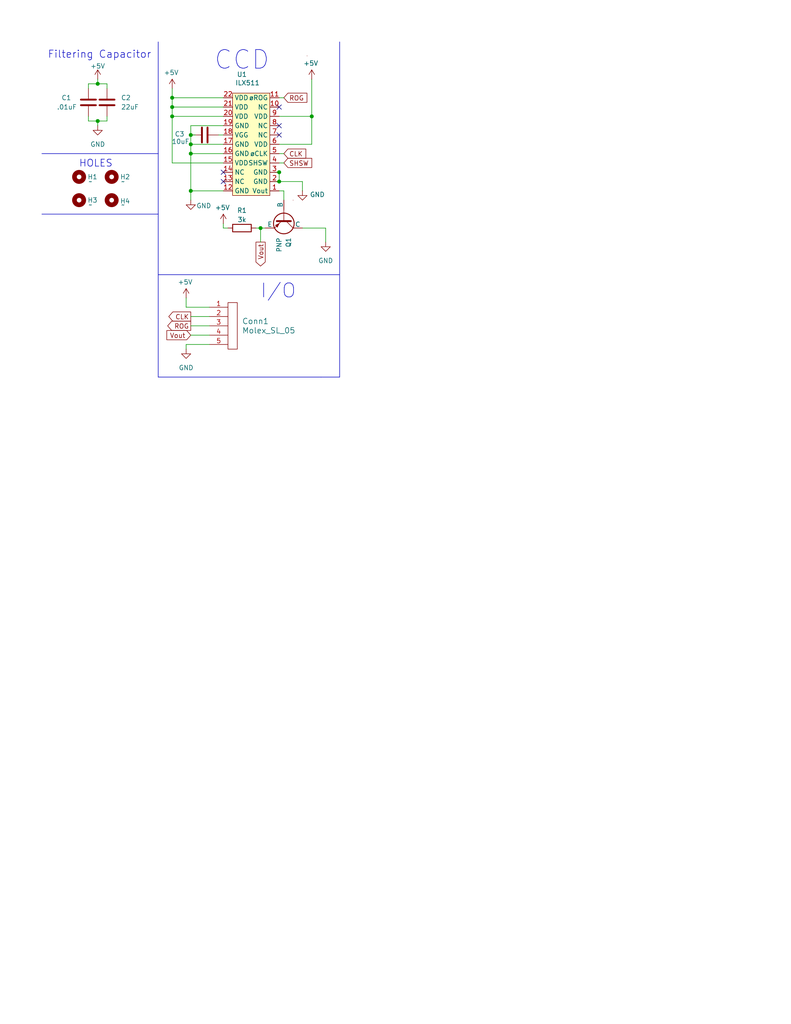
<source format=kicad_sch>
(kicad_sch (version 20231120) (generator "eeschema") (generator_version "8.0")
  (paper "USLetter" portrait)
  (lib_symbols
    (symbol "Device:C" (pin_numbers hide) (pin_names (offset 0.254))
      (property "Reference" "C" (at 0.635 2.54 0))
      (property "Value" "C" (at 0.635 -2.54 0))
      (symbol "C_0_1"
        (polyline (pts (xy -2.032 -0.762) (xy 2.032 -0.762)) (stroke (width 0.508)))
        (polyline (pts (xy -2.032 0.762) (xy 2.032 0.762)) (stroke (width 0.508)))
      )
      (symbol "C_1_1"
        (pin passive line (at 0 3.81 270) (length 2.794) (name "~") (number "1"))
        (pin passive line (at 0 -3.81 90) (length 2.794) (name "~") (number "2"))
      )
    )
    (symbol "Device:R" (pin_numbers hide) (pin_names (offset 0))
      (property "Reference" "R" (at 2.032 0 90))
      (property "Value" "R" (at 0 0 90))
      (symbol "R_0_1"
        (rectangle (start -1.016 -2.54) (end 1.016 2.54) (stroke (width 0.254)))
      )
      (symbol "R_1_1"
        (pin passive line (at 0 3.81 270) (length 1.27) (name "~") (number "1"))
        (pin passive line (at 0 -3.81 90) (length 1.27) (name "~") (number "2"))
      )
    )
    (symbol "MRDT_CCD:ILX511"
      (property "Reference" "U" (at 0 0 0))
      (property "Value" "ILX511" (at -16.51 7.62 90))
      (symbol "ILX511_0_1"
        (rectangle (start -13.97 -3.81) (end -13.97 -3.81))
        (rectangle (start -12.7 -6.35) (end -12.7 -6.35))
        (rectangle (start 25.4 -7.62) (end 25.4 -7.62))
      )
      (symbol "ILX511_1_1"
        (rectangle (start -12.7 12.7) (end 15.24 2.54) (fill (type background)))
        (pin output line (at -11.43 0 90) (length 2.54) (name "Vout") (number "1"))
        (pin input line (at 11.43 0 90) (length 2.54) (name "NC") (number "10"))
        (pin input line (at 13.97 0 90) (length 2.54) (name "øROG") (number "11"))
        (pin input line (at -11.43 15.24 270) (length 2.54) (name "GND") (number "12"))
        (pin input line (at -8.89 15.24 270) (length 2.54) (name "NC") (number "13"))
        (pin input line (at -6.35 15.24 270) (length 2.54) (name "NC") (number "14"))
        (pin input line (at -3.81 15.24 270) (length 2.54) (name "VDD") (number "15"))
        (pin input line (at -1.27 15.24 270) (length 2.54) (name "GND") (number "16"))
        (pin input line (at 1.27 15.24 270) (length 2.54) (name "GND") (number "17"))
        (pin input line (at 3.81 15.24 270) (length 2.54) (name "VGG") (number "18"))
        (pin input line (at 6.35 15.24 270) (length 2.54) (name "GND") (number "19"))
        (pin input line (at -8.89 0 90) (length 2.54) (name "GND") (number "2"))
        (pin input line (at 8.89 15.24 270) (length 2.54) (name "VDD") (number "20"))
        (pin input line (at 11.43 15.24 270) (length 2.54) (name "VDD") (number "21"))
        (pin input line (at 13.97 15.24 270) (length 2.54) (name "VDD") (number "22"))
        (pin input line (at -6.35 0 90) (length 2.54) (name "GND") (number "3"))
        (pin input line (at -3.81 0 90) (length 2.54) (name "SHSW") (number "4"))
        (pin input line (at -1.27 0 90) (length 2.54) (name "øCLK") (number "5"))
        (pin input line (at 1.27 0 90) (length 2.54) (name "VDD") (number "6"))
        (pin input line (at 3.81 0 90) (length 2.54) (name "NC") (number "7"))
        (pin input line (at 6.35 0 90) (length 2.54) (name "NC") (number "8"))
        (pin input line (at 8.89 0 90) (length 2.54) (name "VDD") (number "9"))
      )
    )
    (symbol "MRDT_Connectors:Molex_SL_05" (pin_names (offset 1.016))
      (property "Reference" "Conn" (at 3.81 -1.27 0))
      (property "Value" "Molex_SL_05" (at 1.27 13.97 0))
      (symbol "Molex_SL_05_0_1"
        (rectangle (start 0 12.7) (end 2.54 0))
      )
      (symbol "Molex_SL_05_1_1"
        (pin input line (at -5.08 11.43 0) (length 5.08) (name "~") (number "1"))
        (pin input line (at -5.08 8.89 0) (length 5.08) (name "~") (number "2"))
        (pin input line (at -5.08 6.35 0) (length 5.08) (name "~") (number "3"))
        (pin input line (at -5.08 3.81 0) (length 5.08) (name "~") (number "4"))
        (pin input line (at -5.08 1.27 0) (length 5.08) (name "~") (number "5"))
      )
    )
    (symbol "Mechanical:MountingHole" (pin_names (offset 1.016)) (exclude_from_sim yes) (in_bom no)
      (property "Reference" "H" (at 0 5.08 0))
      (property "Value" "MountingHole" (at 0 3.175 0))
      (symbol "MountingHole_0_1"
        (circle (center 0 0) (radius 1.27) (stroke (width 1.27)))
      )
    )
    (symbol "Simulation_SPICE:PNP" (pin_numbers hide) (pin_names (offset 0))
      (property "Reference" "Q" (at -2.54 7.62 0))
      (property "Value" "PNP" (at -2.54 5.08 0))
      (symbol "PNP_0_1"
        (polyline (pts (xy -2.54 0) (xy 0.635 0)) (stroke (width 0.1524)))
        (polyline (pts (xy 0.635 0.635) (xy 2.54 2.54)))
        (polyline (pts (xy 0.635 -0.635) (xy 2.54 -2.54) (xy 2.54 -2.54)))
        (polyline (pts (xy 0.635 1.905) (xy 0.635 -1.905) (xy 0.635 -1.905)) (stroke (width 0.508)))
        (polyline (pts (xy 2.286 -1.778) (xy 1.778 -2.286) (xy 1.27 -1.27) (xy 2.286 -1.778) (xy 2.286 -1.778)) (fill (type outline)))
        (circle (center 1.27 0) (radius 2.8194) (stroke (width 0.254)))
      )
      (symbol "PNP_1_1"
        (pin open_collector line (at 2.54 5.08 270) (length 2.54) (name "C") (number "1"))
        (pin input line (at -5.08 0 0) (length 2.54) (name "B") (number "2"))
        (pin open_emitter line (at 2.54 -5.08 90) (length 2.54) (name "E") (number "3"))
      )
    )
    (symbol "power:+5V" (power) (pin_numbers hide) (pin_names (offset 0) hide)
      (property "Value" "+5V" (at 0 3.556 0))
      (symbol "+5V_0_1"
        (polyline (pts (xy -0.762 1.27) (xy 0 2.54)))
        (polyline (pts (xy 0 0) (xy 0 2.54)))
        (polyline (pts (xy 0 2.54) (xy 0.762 1.27)))
      )
      (symbol "+5V_1_1"
        (pin power_in line (at 0 0 90) (length 0) (name "~") (number "1"))
      )
    )
    (symbol "power:GND" (power) (pin_numbers hide) (pin_names (offset 0) hide)
      (property "Value" "GND" (at 0 -3.81 0))
      (symbol "GND_0_1"
        (polyline (pts (xy 0 0) (xy 0 -1.27) (xy 1.27 -1.27) (xy 0 -2.54) (xy -1.27 -1.27) (xy 0 -1.27)))
      )
      (symbol "GND_1_1"
        (pin power_in line (at 0 0 270) (length 0) (name "~") (number "1"))
      )
    )
  )
  (junction (at 26.67 33.02))
  (junction (at 71.12 62.23))
  (junction (at 52.07 52.07))
  (junction (at 46.99 26.67))
  (junction (at 46.99 31.75))
  (junction (at 46.99 29.21))
  (junction (at 52.07 39.37))
  (junction (at 52.07 36.83))
  (junction (at 26.67 22.86))
  (junction (at 85.09 31.75))
  (junction (at 76.2 46.99))
  (junction (at 52.07 41.91))
  (junction (at 76.2 49.53))
  (no_connect (at 60.96 49.53))
  (no_connect (at 76.2 36.83))
  (no_connect (at 76.2 34.29))
  (no_connect (at 60.96 46.99))
  (no_connect (at 76.2 29.21))
  (polyline (pts (xy 92.71 74.93) (xy 43.18 74.93)))
  (wire (pts (xy 76.2 31.75) (xy 85.09 31.75)))
  (polyline (pts (xy 43.18 58.42) (xy 43.18 102.87)))
  (wire (pts (xy 52.07 34.29) (xy 60.96 34.29)))
  (wire (pts (xy 46.99 24.13) (xy 46.99 26.67)))
  (wire (pts (xy 57.15 83.82) (xy 50.8 83.82)))
  (wire (pts (xy 52.07 88.9) (xy 57.15 88.9)))
  (wire (pts (xy 57.15 93.98) (xy 50.8 93.98)))
  (wire (pts (xy 52.07 39.37) (xy 52.07 36.83)))
  (wire (pts (xy 69.85 62.23) (xy 71.12 62.23)))
  (wire (pts (xy 82.55 49.53) (xy 82.55 52.07)))
  (polyline (pts (xy 87.63 102.87) (xy 43.18 102.87)))
  (wire (pts (xy 82.55 62.23) (xy 88.9 62.23)))
  (wire (pts (xy 24.13 22.86) (xy 24.13 24.13)))
  (wire (pts (xy 52.07 41.91) (xy 52.07 39.37)))
  (polyline (pts (xy 87.63 102.87) (xy 92.71 102.87)))
  (wire (pts (xy 76.2 46.99) (xy 76.2 49.53)))
  (wire (pts (xy 46.99 26.67) (xy 60.96 26.67)))
  (wire (pts (xy 46.99 29.21) (xy 46.99 31.75)))
  (wire (pts (xy 24.13 33.02) (xy 26.67 33.02)))
  (wire (pts (xy 52.07 86.36) (xy 57.15 86.36)))
  (wire (pts (xy 24.13 31.75) (xy 24.13 33.02)))
  (wire (pts (xy 26.67 21.59) (xy 26.67 22.86)))
  (wire (pts (xy 74.93 49.53) (xy 76.2 49.53)))
  (wire (pts (xy 52.07 36.83) (xy 53.34 36.83)))
  (wire (pts (xy 71.12 62.23) (xy 71.12 66.04)))
  (wire (pts (xy 77.47 52.07) (xy 77.47 54.61)))
  (wire (pts (xy 71.12 62.23) (xy 72.39 62.23)))
  (wire (pts (xy 52.07 52.07) (xy 60.96 52.07)))
  (wire (pts (xy 52.07 52.07) (xy 52.07 54.61)))
  (wire (pts (xy 46.99 31.75) (xy 46.99 44.45)))
  (wire (pts (xy 46.99 29.21) (xy 60.96 29.21)))
  (polyline (pts (xy 92.71 74.93) (xy 92.71 102.87)))
  (polyline (pts (xy 43.18 11.43) (xy 43.18 41.91)))
  (wire (pts (xy 26.67 33.02) (xy 26.67 34.29)))
  (wire (pts (xy 29.21 33.02) (xy 29.21 31.75)))
  (wire (pts (xy 52.07 39.37) (xy 60.96 39.37)))
  (wire (pts (xy 26.67 33.02) (xy 29.21 33.02)))
  (wire (pts (xy 46.99 26.67) (xy 46.99 29.21)))
  (wire (pts (xy 52.07 41.91) (xy 52.07 52.07)))
  (polyline (pts (xy 92.71 11.43) (xy 92.71 74.93)))
  (wire (pts (xy 46.99 31.75) (xy 60.96 31.75)))
  (wire (pts (xy 26.67 22.86) (xy 29.21 22.86)))
  (wire (pts (xy 59.69 36.83) (xy 60.96 36.83)))
  (wire (pts (xy 60.96 60.96) (xy 60.96 62.23)))
  (wire (pts (xy 74.93 46.99) (xy 76.2 46.99)))
  (wire (pts (xy 76.2 41.91) (xy 77.47 41.91)))
  (wire (pts (xy 50.8 93.98) (xy 50.8 95.25)))
  (polyline (pts (xy 11.43 58.42) (xy 43.18 58.42)))
  (wire (pts (xy 24.13 22.86) (xy 26.67 22.86)))
  (polyline (pts (xy 43.18 41.91) (xy 43.18 58.42)))
  (wire (pts (xy 29.21 22.86) (xy 29.21 24.13)))
  (wire (pts (xy 85.09 21.59) (xy 85.09 31.75)))
  (wire (pts (xy 76.2 52.07) (xy 77.47 52.07)))
  (wire (pts (xy 76.2 49.53) (xy 82.55 49.53)))
  (wire (pts (xy 88.9 62.23) (xy 88.9 66.04)))
  (wire (pts (xy 76.2 26.67) (xy 77.47 26.67)))
  (wire (pts (xy 52.07 36.83) (xy 52.07 34.29)))
  (wire (pts (xy 76.2 44.45) (xy 77.47 44.45)))
  (wire (pts (xy 52.07 41.91) (xy 60.96 41.91)))
  (wire (pts (xy 52.07 91.44) (xy 57.15 91.44)))
  (wire (pts (xy 50.8 83.82) (xy 50.8 81.28)))
  (wire (pts (xy 85.09 39.37) (xy 85.09 31.75)))
  (wire (pts (xy 76.2 39.37) (xy 85.09 39.37)))
  (polyline (pts (xy 11.43 41.91) (xy 43.18 41.91)))
  (wire (pts (xy 60.96 62.23) (xy 62.23 62.23)))
  (wire (pts (xy 46.99 44.45) (xy 60.96 44.45)))
  (text "I/O" (at 75.946 79.502 0) (effects (font (size 3.81 3.81))))
  (text "CCD" (at 66.04 16.51 0) (effects (font (size 5.08 5.08))))
  (text "Filtering Capacitor" (at 27.178 14.986 0) (effects (font (size 2 2))))
  (text "HOLES" (at 26.162 44.704 0) (effects (font (size 1.905 1.905))))
  (global_label "ROG" (shape output) (at 52.07 88.9 180) (property "Intersheetrefs" "${INTERSHEET_REFS}" (effects (hide yes))))
  (global_label "CLK" (shape output) (at 52.07 86.36 180) (property "Intersheetrefs" "${INTERSHEET_REFS}" (effects (hide yes))))
  (global_label "Vout" (shape input) (at 52.07 91.44 180) (property "Intersheetrefs" "${INTERSHEET_REFS}" (effects (hide yes))))
  (global_label "CLK" (shape input) (at 77.47 41.91 0) (property "Intersheetrefs" "${INTERSHEET_REFS}" (effects (hide yes))))
  (global_label "Vout" (shape output) (at 71.12 66.04 270) (property "Intersheetrefs" "${INTERSHEET_REFS}" (effects (hide yes))))
  (global_label "ROG" (shape input) (at 77.47 26.67 0) (property "Intersheetrefs" "${INTERSHEET_REFS}" (effects (hide yes))))
  (global_label "SHSW" (shape input) (at 77.47 44.45 0) (property "Intersheetrefs" "${INTERSHEET_REFS}" (effects (hide yes))))
  (symbol (lib_id "MRDT_CCD:ILX511") (at 76.2 40.64 90) (unit 1)
    (property "Reference" "U1" (at 66.04 20.32 90))
    (property "Value" "ILX511" (at 67.564 22.606 90))
    (property "Datasheet" "https://www.spectralproducts.com/pdf/SonyILX511.pdf" (effects (hide yes)))
  )
  (symbol (lib_id "Device:C") (at 29.21 27.94 0) (unit 1)
    (property "Reference" "C2" (at 33.02 26.6699 0) (effects (justify left)))
    (property "Value" "22uF" (at 33.02 29.2099 0) (effects (justify left)))
    (property "Description" "Unpolarized capacitor" (effects (hide yes)))
  )
  (symbol (lib_id "power:+5V") (at 85.09 21.59 0) (unit 1)
    (property "Reference" "#PWR010" (effects (hide yes)))
    (property "Value" "+5V" (at 84.836 17.272 0))
    (property "Description" "Power symbol creates a global label with name \"+5V\"" (effects (hide yes)))
  )
  (symbol (lib_id "Device:C") (at 24.13 27.94 0) (unit 1)
    (property "Reference" "C1" (at 16.764 26.67 0) (effects (justify left)))
    (property "Value" ".01uF" (at 15.494 29.21 0) (effects (justify left)))
    (property "Description" "Unpolarized capacitor" (effects (hide yes)))
  )
  (symbol (lib_id "Mechanical:MountingHole") (at 30.48 48.26 0) (unit 1) (exclude_from_sim yes) (in_bom no)
    (property "Reference" "H2" (at 32.766 48.26 0) (effects (justify left)))
    (property "Value" "~" (at 33.02 49.53 0) (effects (justify left)))
    (property "Description" "Mounting Hole without connection" (effects (hide yes)))
  )
  (symbol (lib_id "Device:R") (at 66.04 62.23 90) (unit 1)
    (property "Reference" "R1" (at 66.04 57.404 90))
    (property "Value" "3k" (at 66.04 59.944 90))
    (property "Description" "Resistor" (effects (hide yes)))
  )
  (symbol (lib_id "MRDT_Connectors:Molex_SL_05") (at 62.23 95.25 0) (unit 1)
    (property "Reference" "Conn1" (at 66.04 87.6299 0) (effects (font (size 1.524 1.524)) (justify left)))
    (property "Value" "Molex_SL_05" (at 66.04 90.1699 0) (effects (font (size 1.524 1.524)) (justify left)))
  )
  (symbol (lib_id "Mechanical:MountingHole") (at 30.48 54.61 0) (unit 1) (exclude_from_sim yes) (in_bom no)
    (property "Reference" "H4" (at 32.766 54.864 0) (effects (justify left)))
    (property "Value" "~" (at 33.02 55.88 0) (effects (justify left)))
    (property "Description" "Mounting Hole without connection" (effects (hide yes)))
  )
  (symbol (lib_id "power:GND") (at 26.67 34.29 0) (unit 1)
    (property "Reference" "#PWR06" (effects (hide yes)))
    (property "Value" "GND" (at 26.67 39.37 0))
    (property "Description" "Power symbol creates a global label with name \"GND\" , ground" (effects (hide yes)))
  )
  (symbol (lib_id "Device:C") (at 55.88 36.83 90) (unit 1)
    (property "Reference" "C3" (at 49.022 36.576 90))
    (property "Value" "10uF" (at 49.276 38.608 90))
    (property "Description" "Unpolarized capacitor" (effects (hide yes)))
  )
  (symbol (lib_id "power:+5V") (at 26.67 21.59 0) (unit 1)
    (property "Reference" "#PWR05" (effects (hide yes)))
    (property "Value" "+5V" (at 26.67 18.034 0))
    (property "Description" "Power symbol creates a global label with name \"+5V\"" (effects (hide yes)))
  )
  (symbol (lib_id "power:GND") (at 88.9 66.04 0) (unit 1)
    (property "Reference" "#PWR01" (effects (hide yes)))
    (property "Value" "GND" (at 88.9 71.12 0))
    (property "Description" "Power symbol creates a global label with name \"GND\" , ground" (effects (hide yes)))
  )
  (symbol (lib_id "power:+5V") (at 60.96 60.96 0) (unit 1)
    (property "Reference" "#PWR02" (effects (hide yes)))
    (property "Value" "+5V" (at 60.706 56.642 0))
    (property "Description" "Power symbol creates a global label with name \"+5V\"" (effects (hide yes)))
  )
  (symbol (lib_id "power:GND") (at 52.07 54.61 0) (unit 1)
    (property "Reference" "#PWR09" (effects (hide yes)))
    (property "Value" "GND" (at 55.626 56.134 0))
    (property "Description" "Power symbol creates a global label with name \"GND\" , ground" (effects (hide yes)))
  )
  (symbol (lib_id "Mechanical:MountingHole") (at 21.59 54.61 0) (unit 1) (exclude_from_sim yes) (in_bom no)
    (property "Reference" "H3" (at 23.876 54.61 0) (effects (justify left)))
    (property "Value" "~" (at 24.13 55.88 0) (effects (justify left)))
    (property "Description" "Mounting Hole without connection" (effects (hide yes)))
  )
  (symbol (lib_id "Simulation_SPICE:PNP") (at 77.47 59.69 270) (unit 1)
    (property "Reference" "Q1" (at 78.7401 64.77 0) (effects (justify left)))
    (property "Value" "PNP" (at 76.2001 64.77 0) (effects (justify left)))
    (property "Datasheet" "https://ngspice.sourceforge.io/docs/ngspice-html-manual/manual.xhtml#cha_BJTs" (effects (hide yes)))
    (property "Description" "Bipolar transistor symbol for simulation only, substrate tied to the emitter" (effects (hide yes)))
    (property "Sim.Device" "PNP" (effects (hide yes)))
    (property "Sim.Type" "GUMMELPOON" (effects (hide yes)))
    (property "Sim.Pins" "1=C 2=B 3=E" (effects (hide yes)))
  )
  (symbol (lib_id "power:+5V") (at 46.99 24.13 0) (unit 1)
    (property "Reference" "#PWR07" (effects (hide yes)))
    (property "Value" "+5V" (at 46.736 19.812 0))
    (property "Description" "Power symbol creates a global label with name \"+5V\"" (effects (hide yes)))
  )
  (symbol (lib_id "power:+5V") (at 50.8 81.28 0) (unit 1)
    (property "Reference" "#PWR03" (effects (hide yes)))
    (property "Value" "+5V" (at 50.546 76.962 0))
    (property "Description" "Power symbol creates a global label with name \"+5V\"" (effects (hide yes)))
  )
  (symbol (lib_id "Mechanical:MountingHole") (at 21.59 48.26 0) (unit 1) (exclude_from_sim yes) (in_bom no)
    (property "Reference" "H1" (at 23.876 48.26 0) (effects (justify left)))
    (property "Value" "~" (at 24.13 49.53 0) (effects (justify left)))
    (property "Description" "Mounting Hole without connection" (effects (hide yes)))
  )
  (symbol (lib_id "power:GND") (at 50.8 95.25 0) (unit 1)
    (property "Reference" "#PWR04" (effects (hide yes)))
    (property "Value" "GND" (at 50.8 100.33 0))
    (property "Description" "Power symbol creates a global label with name \"GND\" , ground" (effects (hide yes)))
  )
  (symbol (lib_id "power:GND") (at 82.55 52.07 0) (unit 1)
    (property "Reference" "#PWR08" (effects (hide yes)))
    (property "Value" "GND" (at 86.614 53.086 0))
    (property "Description" "Power symbol creates a global label with name \"GND\" , ground" (effects (hide yes)))
  )
)
</source>
